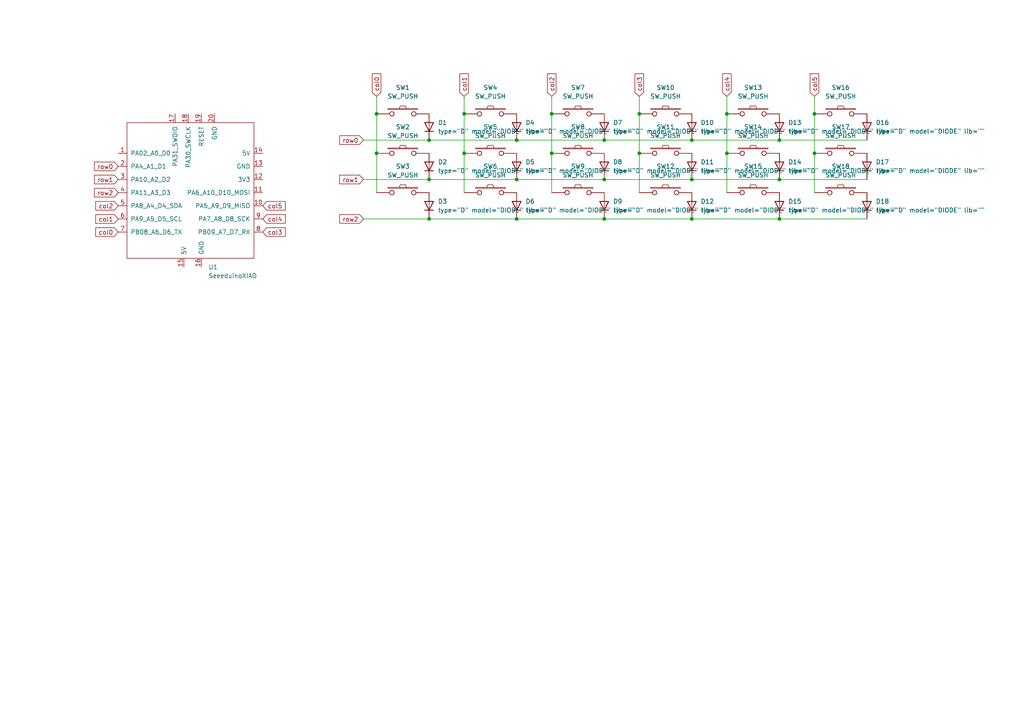
<source format=kicad_sch>
(kicad_sch (version 20211123) (generator eeschema)
  (paper "A4")
  (lib_symbols
    (symbol "Simulation_SPICE:DIODE" (pin_numbers hide) (pin_names (offset 1.016) hide)
      (property "Reference" "D" (at 0 2.54 0))
      (property "Value" "DIODE" (at 0 -2.54 0))
      (symbol "DIODE_0_1"
        (polyline (pts (xy 1.27 0) (xy -1.27 0)))
        (polyline (pts (xy 1.27 1.27) (xy 1.27 -1.27)) (stroke (width 0.254)))
        (polyline (pts (xy -1.27 -1.27) (xy -1.27 1.27) (xy 1.27 0) (xy -1.27 -1.27)) (stroke (width 0.254)))
      )
      (symbol "DIODE_1_1"
        (pin passive line (at -3.81 0 0) (length 2.54) (name "A") (number "1"))
        (pin passive line (at 3.81 0 180) (length 2.54) (name "K") (number "2"))
      )
    )
    (symbol "kbd:SW_PUSH" (pin_numbers hide) (pin_names (offset 1.016) hide)
      (property "Reference" "SW" (at 3.81 2.794 0))
      (property "Value" "SW_PUSH" (at 0 -2.032 0))
      (symbol "SW_PUSH_0_1"
        (rectangle (start -4.318 1.27) (end 4.318 1.524))
        (polyline (pts (xy -1.016 1.524) (xy -0.762 2.286) (xy 0.762 2.286) (xy 1.016 1.524)))
        (pin passive inverted (at -7.62 0 0) (length 5.08) (name "1") (number "1"))
        (pin passive inverted (at 7.62 0 180) (length 5.08) (name "2") (number "2"))
      )
    )
    (symbol "xiao:SeeeduinoXIAO" (pin_names (offset 1.016))
      (property "Reference" "U" (at -19.05 22.86 0))
      (property "Value" "SeeeduinoXIAO" (at -12.7 21.59 0))
      (symbol "SeeeduinoXIAO_0_1"
        (rectangle (start -19.05 20.32) (end 17.78 -19.05))
      )
      (symbol "SeeeduinoXIAO_1_1"
        (pin unspecified line (at -21.59 11.43 0) (length 2.54) (name "PA02_A0_D0") (number "1"))
        (pin unspecified line (at 20.32 -3.81 180) (length 2.54) (name "PA5_A9_D9_MISO") (number "10"))
        (pin unspecified line (at 20.32 0 180) (length 2.54) (name "PA6_A10_D10_MOSI") (number "11"))
        (pin unspecified line (at 20.32 3.81 180) (length 2.54) (name "3V3") (number "12"))
        (pin unspecified line (at 20.32 7.62 180) (length 2.54) (name "GND") (number "13"))
        (pin unspecified line (at 20.32 11.43 180) (length 2.54) (name "5V") (number "14"))
        (pin input line (at -2.54 -21.59 90) (length 2.54) (name "5V") (number "15"))
        (pin input line (at 2.54 -21.59 90) (length 2.54) (name "GND") (number "16"))
        (pin input line (at -5.08 22.86 270) (length 2.54) (name "PA31_SWDIO") (number "17"))
        (pin input line (at -1.27 22.86 270) (length 2.54) (name "PA30_SWCLK") (number "18"))
        (pin input line (at 2.54 22.86 270) (length 2.54) (name "RESET") (number "19"))
        (pin unspecified line (at -21.59 7.62 0) (length 2.54) (name "PA4_A1_D1") (number "2"))
        (pin input line (at 6.35 22.86 270) (length 2.54) (name "GND") (number "20"))
        (pin unspecified line (at -21.59 3.81 0) (length 2.54) (name "PA10_A2_D2") (number "3"))
        (pin unspecified line (at -21.59 0 0) (length 2.54) (name "PA11_A3_D3") (number "4"))
        (pin unspecified line (at -21.59 -3.81 0) (length 2.54) (name "PA8_A4_D4_SDA") (number "5"))
        (pin unspecified line (at -21.59 -7.62 0) (length 2.54) (name "PA9_A5_D5_SCL") (number "6"))
        (pin unspecified line (at -21.59 -11.43 0) (length 2.54) (name "PB08_A6_D6_TX") (number "7"))
        (pin unspecified line (at 20.32 -11.43 180) (length 2.54) (name "PB09_A7_D7_RX") (number "8"))
        (pin unspecified line (at 20.32 -7.62 180) (length 2.54) (name "PA7_A8_D8_SCK") (number "9"))
      )
    )
  )
  (junction (at 200.66 52.07))
  (junction (at 200.66 63.5))
  (junction (at 175.26 40.64))
  (junction (at 175.26 52.07))
  (junction (at 185.42 33.02))
  (junction (at 210.82 33.02))
  (junction (at 149.86 52.07))
  (junction (at 236.22 44.45))
  (junction (at 210.82 44.45))
  (junction (at 160.02 33.02))
  (junction (at 124.46 52.07))
  (junction (at 175.26 63.5))
  (junction (at 236.22 33.02))
  (junction (at 160.02 44.45))
  (junction (at 149.86 40.64))
  (junction (at 124.46 40.64))
  (junction (at 200.66 40.64))
  (junction (at 134.62 44.45))
  (junction (at 226.06 40.64))
  (junction (at 109.22 33.02))
  (junction (at 134.62 33.02))
  (junction (at 226.06 52.07))
  (junction (at 124.46 63.5))
  (junction (at 226.06 63.5))
  (junction (at 185.42 44.45))
  (junction (at 149.86 63.5))
  (junction (at 109.22 44.45))
  (wire (pts (xy 200.66 40.64) (xy 226.06 40.64)))
  (wire (pts (xy 200.66 52.07) (xy 226.06 52.07)))
  (wire (pts (xy 226.06 63.5) (xy 251.46 63.5)))
  (wire (pts (xy 200.66 63.5) (xy 226.06 63.5)))
  (wire (pts (xy 160.02 33.02) (xy 160.02 44.45)))
  (wire (pts (xy 149.86 40.64) (xy 175.26 40.64)))
  (wire (pts (xy 210.82 27.94) (xy 210.82 33.02)))
  (wire (pts (xy 134.62 44.45) (xy 134.62 55.88)))
  (wire (pts (xy 105.41 40.64) (xy 124.46 40.64)))
  (wire (pts (xy 134.62 27.94) (xy 134.62 33.02)))
  (wire (pts (xy 185.42 27.94) (xy 185.42 33.02)))
  (wire (pts (xy 210.82 33.02) (xy 210.82 44.45)))
  (wire (pts (xy 210.82 44.45) (xy 210.82 55.88)))
  (wire (pts (xy 124.46 63.5) (xy 149.86 63.5)))
  (wire (pts (xy 149.86 52.07) (xy 175.26 52.07)))
  (wire (pts (xy 109.22 27.94) (xy 109.22 33.02)))
  (wire (pts (xy 236.22 27.94) (xy 236.22 33.02)))
  (wire (pts (xy 109.22 33.02) (xy 109.22 44.45)))
  (wire (pts (xy 175.26 52.07) (xy 200.66 52.07)))
  (wire (pts (xy 236.22 44.45) (xy 236.22 55.88)))
  (wire (pts (xy 109.22 44.45) (xy 109.22 55.88)))
  (wire (pts (xy 160.02 44.45) (xy 160.02 55.88)))
  (wire (pts (xy 124.46 40.64) (xy 149.86 40.64)))
  (wire (pts (xy 124.46 52.07) (xy 149.86 52.07)))
  (wire (pts (xy 149.86 63.5) (xy 175.26 63.5)))
  (wire (pts (xy 226.06 40.64) (xy 251.46 40.64)))
  (wire (pts (xy 134.62 33.02) (xy 134.62 44.45)))
  (wire (pts (xy 175.26 40.64) (xy 200.66 40.64)))
  (wire (pts (xy 105.41 52.07) (xy 124.46 52.07)))
  (wire (pts (xy 160.02 27.94) (xy 160.02 33.02)))
  (wire (pts (xy 175.26 63.5) (xy 200.66 63.5)))
  (wire (pts (xy 226.06 52.07) (xy 251.46 52.07)))
  (wire (pts (xy 105.41 63.5) (xy 124.46 63.5)))
  (wire (pts (xy 185.42 44.45) (xy 185.42 55.88)))
  (wire (pts (xy 236.22 33.02) (xy 236.22 44.45)))
  (wire (pts (xy 185.42 33.02) (xy 185.42 44.45)))
  (global_label "col0" (shape input) (at 109.22 27.94 90) (property "Intersheet References" "${INTERSHEET_REFS}" (effects hide)))
  (global_label "col1" (shape input) (at 134.62 27.94 90) (property "Intersheet References" "${INTERSHEET_REFS}" (effects hide)))
  (global_label "row0" (shape input) (at 34.29 48.26 180) (property "Intersheet References" "${INTERSHEET_REFS}" (effects hide)))
  (global_label "row2" (shape input) (at 105.41 63.5 180) (property "Intersheet References" "${INTERSHEET_REFS}" (effects hide)))
  (global_label "row1" (shape input) (at 105.41 52.07 180) (property "Intersheet References" "${INTERSHEET_REFS}" (effects hide)))
  (global_label "col2" (shape input) (at 34.29 59.69 180) (property "Intersheet References" "${INTERSHEET_REFS}" (effects hide)))
  (global_label "col3" (shape input) (at 185.42 27.94 90) (property "Intersheet References" "${INTERSHEET_REFS}" (effects hide)))
  (global_label "col4" (shape input) (at 76.2 63.5 0) (property "Intersheet References" "${INTERSHEET_REFS}" (effects hide)))
  (global_label "col3" (shape input) (at 76.2 67.31 0) (property "Intersheet References" "${INTERSHEET_REFS}" (effects hide)))
  (global_label "col5" (shape input) (at 236.22 27.94 90) (property "Intersheet References" "${INTERSHEET_REFS}" (effects hide)))
  (global_label "col5" (shape input) (at 76.2 59.69 0) (property "Intersheet References" "${INTERSHEET_REFS}" (effects hide)))
  (global_label "row1" (shape input) (at 34.29 52.07 180) (property "Intersheet References" "${INTERSHEET_REFS}" (effects hide)))
  (global_label "row2" (shape input) (at 34.29 55.88 180) (property "Intersheet References" "${INTERSHEET_REFS}" (effects hide)))
  (global_label "col0" (shape input) (at 34.29 67.31 180) (property "Intersheet References" "${INTERSHEET_REFS}" (effects hide)))
  (global_label "col1" (shape input) (at 34.29 63.5 180) (property "Intersheet References" "${INTERSHEET_REFS}" (effects hide)))
  (global_label "col4" (shape input) (at 210.82 27.94 90) (property "Intersheet References" "${INTERSHEET_REFS}" (effects hide)))
  (global_label "row0" (shape input) (at 105.41 40.64 180) (property "Intersheet References" "${INTERSHEET_REFS}" (effects hide)))
  (global_label "col2" (shape input) (at 160.02 27.94 90) (property "Intersheet References" "${INTERSHEET_REFS}" (effects hide)))
  (symbol (lib_id "Simulation_SPICE:DIODE") (at 175.26 48.26 270) (unit 1)
    (property "Reference" "D8" (at 177.8 46.9899 90) (effects (justify left)))
    (property "Value" "DIODE" (at 177.8 49.5299 90) (effects (justify left)))
    (property "Spice_Netlist_Enabled" "Y" (effects hide))
    (property "Spice_Primitive" "D" (effects hide))
  )
  (symbol (lib_id "Simulation_SPICE:DIODE") (at 200.66 59.69 270) (unit 1)
    (property "Reference" "D12" (at 203.2 58.4199 90) (effects (justify left)))
    (property "Value" "DIODE" (at 203.2 60.9599 90) (effects (justify left)))
    (property "Spice_Netlist_Enabled" "Y" (effects hide))
    (property "Spice_Primitive" "D" (effects hide))
  )
  (symbol (lib_id "Simulation_SPICE:DIODE") (at 175.26 59.69 270) (unit 1)
    (property "Reference" "D9" (at 177.8 58.4199 90) (effects (justify left)))
    (property "Value" "DIODE" (at 177.8 60.9599 90) (effects (justify left)))
    (property "Spice_Netlist_Enabled" "Y" (effects hide))
    (property "Spice_Primitive" "D" (effects hide))
  )
  (symbol (lib_id "kbd:SW_PUSH") (at 142.24 44.45 0) (unit 1)
    (property "Reference" "SW5" (at 142.24 36.83 0))
    (property "Value" "SW_PUSH" (at 142.24 39.37 0))
  )
  (symbol (lib_id "kbd:SW_PUSH") (at 193.04 33.02 0) (unit 1)
    (property "Reference" "SW10" (at 193.04 25.4 0))
    (property "Value" "SW_PUSH" (at 193.04 27.94 0))
  )
  (symbol (lib_id "Simulation_SPICE:DIODE") (at 175.26 36.83 270) (unit 1)
    (property "Reference" "D7" (at 177.8 35.5599 90) (effects (justify left)))
    (property "Value" "DIODE" (at 177.8 38.0999 90) (effects (justify left)))
    (property "Spice_Netlist_Enabled" "Y" (effects hide))
    (property "Spice_Primitive" "D" (effects hide))
  )
  (symbol (lib_id "kbd:SW_PUSH") (at 167.64 55.88 0) (unit 1)
    (property "Reference" "SW9" (at 167.64 48.26 0))
    (property "Value" "SW_PUSH" (at 167.64 50.8 0))
  )
  (symbol (lib_id "Simulation_SPICE:DIODE") (at 226.06 36.83 270) (unit 1)
    (property "Reference" "D13" (at 228.6 35.5599 90) (effects (justify left)))
    (property "Value" "DIODE" (at 228.6 38.0999 90) (effects (justify left)))
    (property "Spice_Netlist_Enabled" "Y" (effects hide))
    (property "Spice_Primitive" "D" (effects hide))
  )
  (symbol (lib_id "kbd:SW_PUSH") (at 243.84 33.02 0) (unit 1)
    (property "Reference" "SW16" (at 243.84 25.4 0))
    (property "Value" "SW_PUSH" (at 243.84 27.94 0))
  )
  (symbol (lib_id "Simulation_SPICE:DIODE") (at 149.86 48.26 270) (unit 1)
    (property "Reference" "D5" (at 152.4 46.9899 90) (effects (justify left)))
    (property "Value" "DIODE" (at 152.4 49.5299 90) (effects (justify left)))
    (property "Spice_Netlist_Enabled" "Y" (effects hide))
    (property "Spice_Primitive" "D" (effects hide))
  )
  (symbol (lib_id "Simulation_SPICE:DIODE") (at 149.86 59.69 270) (unit 1)
    (property "Reference" "D6" (at 152.4 58.4199 90) (effects (justify left)))
    (property "Value" "DIODE" (at 152.4 60.9599 90) (effects (justify left)))
    (property "Spice_Netlist_Enabled" "Y" (effects hide))
    (property "Spice_Primitive" "D" (effects hide))
  )
  (symbol (lib_id "kbd:SW_PUSH") (at 218.44 55.88 0) (unit 1)
    (property "Reference" "SW15" (at 218.44 48.26 0))
    (property "Value" "SW_PUSH" (at 218.44 50.8 0))
  )
  (symbol (lib_id "kbd:SW_PUSH") (at 142.24 55.88 0) (unit 1)
    (property "Reference" "SW6" (at 142.24 48.26 0))
    (property "Value" "SW_PUSH" (at 142.24 50.8 0))
  )
  (symbol (lib_id "Simulation_SPICE:DIODE") (at 124.46 36.83 270) (unit 1)
    (property "Reference" "D1" (at 127 35.5599 90) (effects (justify left)))
    (property "Value" "DIODE" (at 127 38.0999 90) (effects (justify left)))
    (property "Spice_Netlist_Enabled" "Y" (effects hide))
    (property "Spice_Primitive" "D" (effects hide))
  )
  (symbol (lib_id "kbd:SW_PUSH") (at 218.44 33.02 0) (unit 1)
    (property "Reference" "SW13" (at 218.44 25.4 0))
    (property "Value" "SW_PUSH" (at 218.44 27.94 0))
  )
  (symbol (lib_id "kbd:SW_PUSH") (at 116.84 55.88 0) (unit 1)
    (property "Reference" "SW3" (at 116.84 48.26 0))
    (property "Value" "SW_PUSH" (at 116.84 50.8 0))
  )
  (symbol (lib_id "kbd:SW_PUSH") (at 116.84 33.02 0) (unit 1)
    (property "Reference" "SW1" (at 116.84 25.4 0))
    (property "Value" "SW_PUSH" (at 116.84 27.94 0))
  )
  (symbol (lib_id "Simulation_SPICE:DIODE") (at 149.86 36.83 270) (unit 1)
    (property "Reference" "D4" (at 152.4 35.5599 90) (effects (justify left)))
    (property "Value" "DIODE" (at 152.4 38.0999 90) (effects (justify left)))
    (property "Spice_Netlist_Enabled" "Y" (effects hide))
    (property "Spice_Primitive" "D" (effects hide))
  )
  (symbol (lib_id "kbd:SW_PUSH") (at 193.04 55.88 0) (unit 1)
    (property "Reference" "SW12" (at 193.04 48.26 0))
    (property "Value" "SW_PUSH" (at 193.04 50.8 0))
  )
  (symbol (lib_id "Simulation_SPICE:DIODE") (at 251.46 59.69 270) (unit 1)
    (property "Reference" "D18" (at 254 58.4199 90) (effects (justify left)))
    (property "Value" "DIODE" (at 254 60.9599 90) (effects (justify left)))
    (property "Spice_Netlist_Enabled" "Y" (effects hide))
    (property "Spice_Primitive" "D" (effects hide))
  )
  (symbol (lib_id "Simulation_SPICE:DIODE") (at 226.06 48.26 270) (unit 1)
    (property "Reference" "D14" (at 228.6 46.9899 90) (effects (justify left)))
    (property "Value" "DIODE" (at 228.6 49.5299 90) (effects (justify left)))
    (property "Spice_Netlist_Enabled" "Y" (effects hide))
    (property "Spice_Primitive" "D" (effects hide))
  )
  (symbol (lib_id "Simulation_SPICE:DIODE") (at 124.46 59.69 270) (unit 1)
    (property "Reference" "D3" (at 127 58.4199 90) (effects (justify left)))
    (property "Value" "DIODE" (at 127 60.9599 90) (effects (justify left)))
    (property "Spice_Netlist_Enabled" "Y" (effects hide))
    (property "Spice_Primitive" "D" (effects hide))
  )
  (symbol (lib_id "Simulation_SPICE:DIODE") (at 251.46 36.83 270) (unit 1)
    (property "Reference" "D16" (at 254 35.5599 90) (effects (justify left)))
    (property "Value" "DIODE" (at 254 38.0999 90) (effects (justify left)))
    (property "Spice_Netlist_Enabled" "Y" (effects hide))
    (property "Spice_Primitive" "D" (effects hide))
  )
  (symbol (lib_id "kbd:SW_PUSH") (at 116.84 44.45 0) (unit 1)
    (property "Reference" "SW2" (at 116.84 36.83 0))
    (property "Value" "SW_PUSH" (at 116.84 39.37 0))
  )
  (symbol (lib_id "Simulation_SPICE:DIODE") (at 200.66 48.26 270) (unit 1)
    (property "Reference" "D11" (at 203.2 46.9899 90) (effects (justify left)))
    (property "Value" "DIODE" (at 203.2 49.5299 90) (effects (justify left)))
    (property "Spice_Netlist_Enabled" "Y" (effects hide))
    (property "Spice_Primitive" "D" (effects hide))
  )
  (symbol (lib_id "Simulation_SPICE:DIODE") (at 200.66 36.83 270) (unit 1)
    (property "Reference" "D10" (at 203.2 35.5599 90) (effects (justify left)))
    (property "Value" "DIODE" (at 203.2 38.0999 90) (effects (justify left)))
    (property "Spice_Netlist_Enabled" "Y" (effects hide))
    (property "Spice_Primitive" "D" (effects hide))
  )
  (symbol (lib_id "kbd:SW_PUSH") (at 167.64 33.02 0) (unit 1)
    (property "Reference" "SW7" (at 167.64 25.4 0))
    (property "Value" "SW_PUSH" (at 167.64 27.94 0))
  )
  (symbol (lib_id "Simulation_SPICE:DIODE") (at 124.46 48.26 270) (unit 1)
    (property "Reference" "D2" (at 127 46.9899 90) (effects (justify left)))
    (property "Value" "DIODE" (at 127 49.5299 90) (effects (justify left)))
    (property "Spice_Netlist_Enabled" "Y" (effects hide))
    (property "Spice_Primitive" "D" (effects hide))
  )
  (symbol (lib_id "kbd:SW_PUSH") (at 243.84 55.88 0) (unit 1)
    (property "Reference" "SW18" (at 243.84 48.26 0))
    (property "Value" "SW_PUSH" (at 243.84 50.8 0))
  )
  (symbol (lib_id "Simulation_SPICE:DIODE") (at 251.46 48.26 270) (unit 1)
    (property "Reference" "D17" (at 254 46.9899 90) (effects (justify left)))
    (property "Value" "DIODE" (at 254 49.5299 90) (effects (justify left)))
    (property "Spice_Netlist_Enabled" "Y" (effects hide))
    (property "Spice_Primitive" "D" (effects hide))
  )
  (symbol (lib_id "xiao:SeeeduinoXIAO") (at 55.88 55.88 0) (unit 1)
    (property "Reference" "U1" (at 60.4394 77.47 0) (effects (justify left)))
    (property "Value" "SeeeduinoXIAO" (at 60.4394 80.01 0) (effects (justify left)))
  )
  (symbol (lib_id "kbd:SW_PUSH") (at 243.84 44.45 0) (unit 1)
    (property "Reference" "SW17" (at 243.84 36.83 0))
    (property "Value" "SW_PUSH" (at 243.84 39.37 0))
  )
  (symbol (lib_id "Simulation_SPICE:DIODE") (at 226.06 59.69 270) (unit 1)
    (property "Reference" "D15" (at 228.6 58.4199 90) (effects (justify left)))
    (property "Value" "DIODE" (at 228.6 60.9599 90) (effects (justify left)))
    (property "Spice_Netlist_Enabled" "Y" (effects hide))
    (property "Spice_Primitive" "D" (effects hide))
  )
  (symbol (lib_id "kbd:SW_PUSH") (at 167.64 44.45 0) (unit 1)
    (property "Reference" "SW8" (at 167.64 36.83 0))
    (property "Value" "SW_PUSH" (at 167.64 39.37 0))
  )
  (symbol (lib_id "kbd:SW_PUSH") (at 193.04 44.45 0) (unit 1)
    (property "Reference" "SW11" (at 193.04 36.83 0))
    (property "Value" "SW_PUSH" (at 193.04 39.37 0))
  )
  (symbol (lib_id "kbd:SW_PUSH") (at 142.24 33.02 0) (unit 1)
    (property "Reference" "SW4" (at 142.24 25.4 0))
    (property "Value" "SW_PUSH" (at 142.24 27.94 0))
  )
  (symbol (lib_id "kbd:SW_PUSH") (at 218.44 44.45 0) (unit 1)
    (property "Reference" "SW14" (at 218.44 36.83 0))
    (property "Value" "SW_PUSH" (at 218.44 39.37 0))
  )
)
</source>
